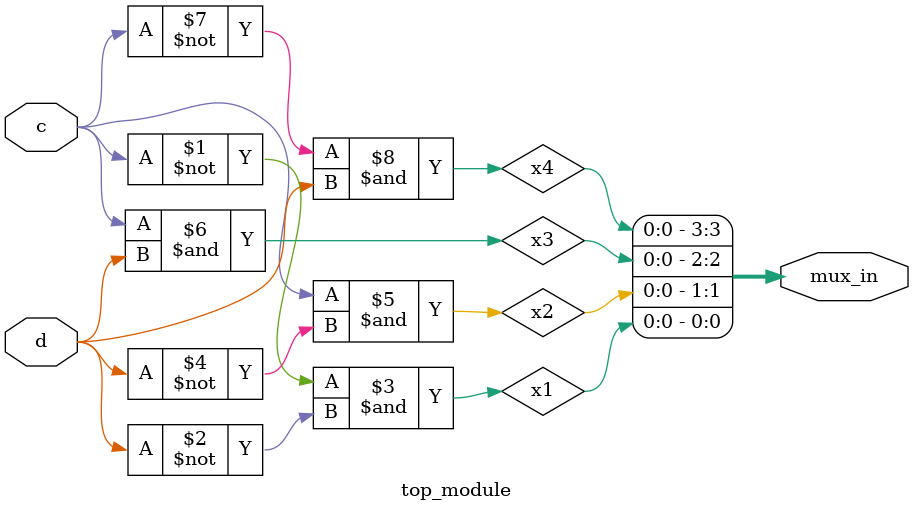
<source format=sv>
module top_module (
    input c,
    input d,
    output [3:0] mux_in
);

    wire x1, x2, x3, x4;

    // Implement the Karnaugh map using 2-to-1 multiplexers
    assign x1 = (~c & ~d);
    assign x2 = (c & ~d);
    assign x3 = (c & d);
    assign x4 = (~c & d);

    // Connect the outputs of the 2-to-1 multiplexers to the 4-to-1 multiplexer inputs
    assign mux_in[0] = x1;
    assign mux_in[1] = x2;
    assign mux_in[2] = x3;
    assign mux_in[3] = x4;

endmodule

</source>
